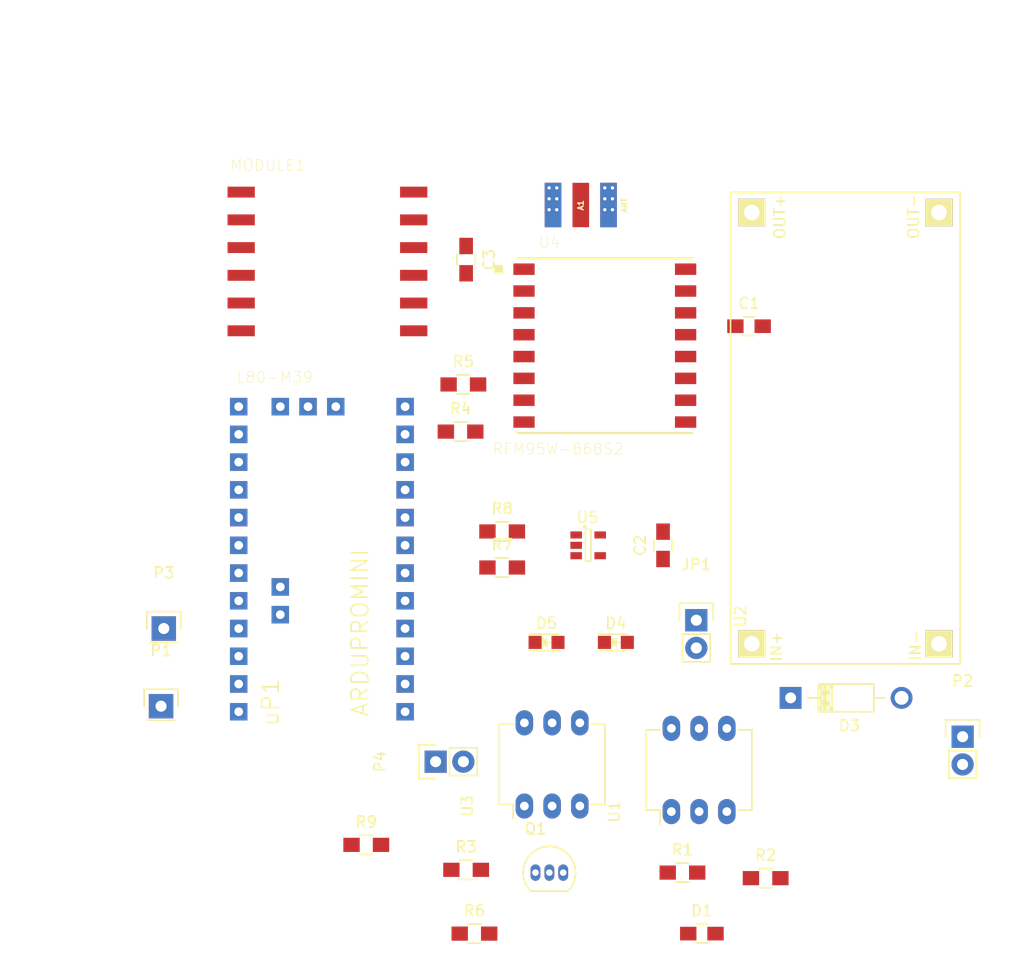
<source format=kicad_pcb>
(kicad_pcb (version 4) (host pcbnew 4.0.3-stable)

  (general
    (links 81)
    (no_connects 54)
    (area 98.89343 42.512 192.39 130.683)
    (thickness 1.6)
    (drawings 3)
    (tracks 0)
    (zones 0)
    (modules 30)
    (nets 55)
  )

  (page A4)
  (layers
    (0 F.Cu signal)
    (31 B.Cu signal)
    (32 B.Adhes user)
    (33 F.Adhes user)
    (34 B.Paste user)
    (35 F.Paste user)
    (36 B.SilkS user)
    (37 F.SilkS user)
    (38 B.Mask user)
    (39 F.Mask user)
    (40 Dwgs.User user)
    (41 Cmts.User user)
    (42 Eco1.User user)
    (43 Eco2.User user)
    (44 Edge.Cuts user)
    (45 Margin user)
    (46 B.CrtYd user)
    (47 F.CrtYd user)
    (48 B.Fab user)
    (49 F.Fab user)
  )

  (setup
    (last_trace_width 0.25)
    (trace_clearance 0.2)
    (zone_clearance 0.508)
    (zone_45_only no)
    (trace_min 0.2)
    (segment_width 0.2)
    (edge_width 0.15)
    (via_size 0.6)
    (via_drill 0.4)
    (via_min_size 0.4)
    (via_min_drill 0.3)
    (uvia_size 0.3)
    (uvia_drill 0.1)
    (uvias_allowed no)
    (uvia_min_size 0.2)
    (uvia_min_drill 0.1)
    (pcb_text_width 0.3)
    (pcb_text_size 1.5 1.5)
    (mod_edge_width 0.15)
    (mod_text_size 1 1)
    (mod_text_width 0.15)
    (pad_size 1.524 1.524)
    (pad_drill 0.762)
    (pad_to_mask_clearance 0.2)
    (aux_axis_origin 0 0)
    (visible_elements FFFFFF7F)
    (pcbplotparams
      (layerselection 0x00030_80000001)
      (usegerberextensions false)
      (excludeedgelayer true)
      (linewidth 0.100000)
      (plotframeref false)
      (viasonmask false)
      (mode 1)
      (useauxorigin false)
      (hpglpennumber 1)
      (hpglpenspeed 20)
      (hpglpendiameter 15)
      (hpglpenoverlay 2)
      (psnegative false)
      (psa4output false)
      (plotreference true)
      (plotvalue true)
      (plotinvisibletext false)
      (padsonsilk false)
      (subtractmaskfromsilk false)
      (outputformat 1)
      (mirror false)
      (drillshape 1)
      (scaleselection 1)
      (outputdirectory ""))
  )

  (net 0 "")
  (net 1 "Net-(A1-Pad1)")
  (net 2 GND)
  (net 3 +BATT)
  (net 4 "Net-(D1-Pad1)")
  (net 5 "Net-(D1-Pad2)")
  (net 6 +12C)
  (net 7 "Net-(D2-Pad2)")
  (net 8 "Net-(D3-Pad2)")
  (net 9 +5V)
  (net 10 "Net-(D4-Pad1)")
  (net 11 "Net-(D5-Pad2)")
  (net 12 "Net-(JP1-Pad1)")
  (net 13 /TX)
  (net 14 /RX)
  (net 15 "Net-(MODULE1-Pad6)")
  (net 16 "Net-(MODULE1-Pad7)")
  (net 17 "Net-(MODULE1-Pad8)")
  (net 18 "Net-(MODULE1-Pad10)")
  (net 19 "Net-(MODULE1-Pad11)")
  (net 20 "Net-(P2-Pad1)")
  (net 21 "Net-(Q1-Pad1)")
  (net 22 "Net-(R1-Pad2)")
  (net 23 /D6)
  (net 24 "Net-(R3-Pad1)")
  (net 25 /RST)
  (net 26 "Net-(R4-Pad2)")
  (net 27 /NSS)
  (net 28 "Net-(R5-Pad2)")
  (net 29 "Net-(R6-Pad2)")
  (net 30 "Net-(R7-Pad1)")
  (net 31 "Net-(R9-Pad1)")
  (net 32 "Net-(U1-Pad6)")
  (net 33 /D8)
  (net 34 "Net-(U3-Pad6)")
  (net 35 /MISO)
  (net 36 /MOSI)
  (net 37 /SCK)
  (net 38 "Net-(U4-Pad7)")
  (net 39 "Net-(U4-Pad11)")
  (net 40 "Net-(U4-Pad12)")
  (net 41 /DIO0)
  (net 42 /DIO1)
  (net 43 /DIO2)
  (net 44 "Net-(uP1-Pad7)")
  (net 45 "Net-(uP1-Pad8)")
  (net 46 "Net-(uP1-Pad9)")
  (net 47 "Net-(uP1-Pad21)")
  (net 48 "Net-(uP1-Pad22)")
  (net 49 "Net-(uP1-Pad23)")
  (net 50 "Net-(uP1-Pad24)")
  (net 51 "Net-(uP1-Pad25)")
  (net 52 /A0)
  (net 53 "Net-(uP1-Pad32)")
  (net 54 "Net-(uP1-Pad31)")

  (net_class Default "Esta es la clase de red por defecto."
    (clearance 0.2)
    (trace_width 0.25)
    (via_dia 0.6)
    (via_drill 0.4)
    (uvia_dia 0.3)
    (uvia_drill 0.1)
    (add_net +12C)
    (add_net +5V)
    (add_net +BATT)
    (add_net /A0)
    (add_net /D6)
    (add_net /D8)
    (add_net /DIO0)
    (add_net /DIO1)
    (add_net /DIO2)
    (add_net /MISO)
    (add_net /MOSI)
    (add_net /NSS)
    (add_net /RST)
    (add_net /RX)
    (add_net /SCK)
    (add_net /TX)
    (add_net GND)
    (add_net "Net-(A1-Pad1)")
    (add_net "Net-(D1-Pad1)")
    (add_net "Net-(D1-Pad2)")
    (add_net "Net-(D2-Pad2)")
    (add_net "Net-(D3-Pad2)")
    (add_net "Net-(D4-Pad1)")
    (add_net "Net-(D5-Pad2)")
    (add_net "Net-(JP1-Pad1)")
    (add_net "Net-(MODULE1-Pad10)")
    (add_net "Net-(MODULE1-Pad11)")
    (add_net "Net-(MODULE1-Pad6)")
    (add_net "Net-(MODULE1-Pad7)")
    (add_net "Net-(MODULE1-Pad8)")
    (add_net "Net-(P2-Pad1)")
    (add_net "Net-(Q1-Pad1)")
    (add_net "Net-(R1-Pad2)")
    (add_net "Net-(R3-Pad1)")
    (add_net "Net-(R4-Pad2)")
    (add_net "Net-(R5-Pad2)")
    (add_net "Net-(R6-Pad2)")
    (add_net "Net-(R7-Pad1)")
    (add_net "Net-(R9-Pad1)")
    (add_net "Net-(U1-Pad6)")
    (add_net "Net-(U3-Pad6)")
    (add_net "Net-(U4-Pad11)")
    (add_net "Net-(U4-Pad12)")
    (add_net "Net-(U4-Pad7)")
    (add_net "Net-(uP1-Pad21)")
    (add_net "Net-(uP1-Pad22)")
    (add_net "Net-(uP1-Pad23)")
    (add_net "Net-(uP1-Pad24)")
    (add_net "Net-(uP1-Pad25)")
    (add_net "Net-(uP1-Pad31)")
    (add_net "Net-(uP1-Pad32)")
    (add_net "Net-(uP1-Pad7)")
    (add_net "Net-(uP1-Pad8)")
    (add_net "Net-(uP1-Pad9)")
  )

  (module TIH:GSG-SMA-EDGE (layer F.Cu) (tedit 57EDD3CE) (tstamp 583873A1)
    (at 151.724 62.814 90)
    (path /57EC23F3)
    (fp_text reference A1 (at 1.99898 0 90) (layer F.SilkS)
      (effects (font (size 0.50038 0.50038) (thickness 0.12446)))
    )
    (fp_text value ANT (at 1.99898 4.0005 90) (layer F.SilkS)
      (effects (font (size 0.50038 0.50038) (thickness 0.12446)))
    )
    (pad 1 smd rect (at 2.032 0 90) (size 4.064 1.524) (layers F.Cu F.Mask)
      (net 1 "Net-(A1-Pad1)"))
    (pad 3 smd rect (at 2.032 -2.54 90) (size 4.064 1.524) (layers F.Cu F.Mask)
      (net 2 GND))
    (pad 5 smd rect (at 2.032 2.54 90) (size 4.064 1.524) (layers B.Cu B.Mask)
      (net 2 GND))
    (pad 4 smd rect (at 2.032 -2.54 90) (size 4.064 1.524) (layers B.Cu B.Mask)
      (net 2 GND))
    (pad 2 smd rect (at 2.032 2.54 90) (size 4.064 1.524) (layers F.Cu F.Mask)
      (net 2 GND))
    (pad 2 thru_hole circle (at 3.6 -2.2 90) (size 0.762 0.762) (drill 0.3048) (layers *.Cu *.Mask)
      (net 2 GND))
    (pad 2 thru_hole circle (at 3.6 -2.9 90) (size 0.762 0.762) (drill 0.3048) (layers *.Cu *.Mask)
      (net 2 GND))
    (pad 2 thru_hole circle (at 2.6 -2.2 90) (size 0.762 0.762) (drill 0.3048) (layers *.Cu *.Mask)
      (net 2 GND))
    (pad 2 thru_hole circle (at 1.6 -2.2 90) (size 0.762 0.762) (drill 0.3048) (layers *.Cu *.Mask)
      (net 2 GND))
    (pad 2 thru_hole circle (at 1.6 -2.9 90) (size 0.762 0.762) (drill 0.3048) (layers *.Cu *.Mask)
      (net 2 GND))
    (pad 2 thru_hole circle (at 2.6 -2.9 90) (size 0.762 0.762) (drill 0.3048) (layers *.Cu *.Mask)
      (net 2 GND))
    (pad 2 thru_hole circle (at 3.6 2.2 90) (size 0.762 0.762) (drill 0.3048) (layers *.Cu *.Mask)
      (net 2 GND))
    (pad 2 thru_hole circle (at 2.6 2.2 90) (size 0.762 0.762) (drill 0.3048) (layers *.Cu *.Mask)
      (net 2 GND))
    (pad 2 thru_hole circle (at 1.6 2.2 90) (size 0.762 0.762) (drill 0.3048) (layers *.Cu *.Mask)
      (net 2 GND))
    (pad 2 thru_hole circle (at 1.6 2.9 90) (size 0.762 0.762) (drill 0.3048) (layers *.Cu *.Mask)
      (net 2 GND))
    (pad 2 thru_hole circle (at 2.6 2.9 90) (size 0.762 0.762) (drill 0.3048) (layers *.Cu *.Mask)
      (net 2 GND))
    (pad 2 thru_hole circle (at 3.6 2.9 90) (size 0.762 0.762) (drill 0.3048) (layers *.Cu *.Mask)
      (net 2 GND))
  )

  (module Capacitors_SMD:C_0805_HandSoldering (layer F.Cu) (tedit 541A9B8D) (tstamp 583873A7)
    (at 167.132 71.882)
    (descr "Capacitor SMD 0805, hand soldering")
    (tags "capacitor 0805")
    (path /57EC42B8)
    (attr smd)
    (fp_text reference C1 (at 0 -2.1) (layer F.SilkS)
      (effects (font (size 1 1) (thickness 0.15)))
    )
    (fp_text value 0.1uF (at 0 2.1) (layer F.Fab)
      (effects (font (size 1 1) (thickness 0.15)))
    )
    (fp_line (start -1 0.625) (end -1 -0.625) (layer F.Fab) (width 0.15))
    (fp_line (start 1 0.625) (end -1 0.625) (layer F.Fab) (width 0.15))
    (fp_line (start 1 -0.625) (end 1 0.625) (layer F.Fab) (width 0.15))
    (fp_line (start -1 -0.625) (end 1 -0.625) (layer F.Fab) (width 0.15))
    (fp_line (start -2.3 -1) (end 2.3 -1) (layer F.CrtYd) (width 0.05))
    (fp_line (start -2.3 1) (end 2.3 1) (layer F.CrtYd) (width 0.05))
    (fp_line (start -2.3 -1) (end -2.3 1) (layer F.CrtYd) (width 0.05))
    (fp_line (start 2.3 -1) (end 2.3 1) (layer F.CrtYd) (width 0.05))
    (fp_line (start 0.5 -0.85) (end -0.5 -0.85) (layer F.SilkS) (width 0.15))
    (fp_line (start -0.5 0.85) (end 0.5 0.85) (layer F.SilkS) (width 0.15))
    (pad 1 smd rect (at -1.25 0) (size 1.5 1.25) (layers F.Cu F.Paste F.Mask)
      (net 3 +BATT))
    (pad 2 smd rect (at 1.25 0) (size 1.5 1.25) (layers F.Cu F.Paste F.Mask)
      (net 2 GND))
    (model Capacitors_SMD.3dshapes/C_0805_HandSoldering.wrl
      (at (xyz 0 0 0))
      (scale (xyz 1 1 1))
      (rotate (xyz 0 0 0))
    )
  )

  (module Capacitors_SMD:C_0805_HandSoldering (layer F.Cu) (tedit 541A9B8D) (tstamp 583873AD)
    (at 159.258 91.948 90)
    (descr "Capacitor SMD 0805, hand soldering")
    (tags "capacitor 0805")
    (path /57EC4557)
    (attr smd)
    (fp_text reference C2 (at 0 -2.1 90) (layer F.SilkS)
      (effects (font (size 1 1) (thickness 0.15)))
    )
    (fp_text value 10uF (at 0 2.1 90) (layer F.Fab)
      (effects (font (size 1 1) (thickness 0.15)))
    )
    (fp_line (start -1 0.625) (end -1 -0.625) (layer F.Fab) (width 0.15))
    (fp_line (start 1 0.625) (end -1 0.625) (layer F.Fab) (width 0.15))
    (fp_line (start 1 -0.625) (end 1 0.625) (layer F.Fab) (width 0.15))
    (fp_line (start -1 -0.625) (end 1 -0.625) (layer F.Fab) (width 0.15))
    (fp_line (start -2.3 -1) (end 2.3 -1) (layer F.CrtYd) (width 0.05))
    (fp_line (start -2.3 1) (end 2.3 1) (layer F.CrtYd) (width 0.05))
    (fp_line (start -2.3 -1) (end -2.3 1) (layer F.CrtYd) (width 0.05))
    (fp_line (start 2.3 -1) (end 2.3 1) (layer F.CrtYd) (width 0.05))
    (fp_line (start 0.5 -0.85) (end -0.5 -0.85) (layer F.SilkS) (width 0.15))
    (fp_line (start -0.5 0.85) (end 0.5 0.85) (layer F.SilkS) (width 0.15))
    (pad 1 smd rect (at -1.25 0 90) (size 1.5 1.25) (layers F.Cu F.Paste F.Mask)
      (net 3 +BATT))
    (pad 2 smd rect (at 1.25 0 90) (size 1.5 1.25) (layers F.Cu F.Paste F.Mask)
      (net 2 GND))
    (model Capacitors_SMD.3dshapes/C_0805_HandSoldering.wrl
      (at (xyz 0 0 0))
      (scale (xyz 1 1 1))
      (rotate (xyz 0 0 0))
    )
  )

  (module Capacitors_SMD:C_0805_HandSoldering (layer F.Cu) (tedit 541A9B8D) (tstamp 583873B3)
    (at 141.224 65.786 270)
    (descr "Capacitor SMD 0805, hand soldering")
    (tags "capacitor 0805")
    (path /57EC47A2)
    (attr smd)
    (fp_text reference C3 (at 0 -2.1 270) (layer F.SilkS)
      (effects (font (size 1 1) (thickness 0.15)))
    )
    (fp_text value 0.1uF (at 0 2.1 270) (layer F.Fab)
      (effects (font (size 1 1) (thickness 0.15)))
    )
    (fp_line (start -1 0.625) (end -1 -0.625) (layer F.Fab) (width 0.15))
    (fp_line (start 1 0.625) (end -1 0.625) (layer F.Fab) (width 0.15))
    (fp_line (start 1 -0.625) (end 1 0.625) (layer F.Fab) (width 0.15))
    (fp_line (start -1 -0.625) (end 1 -0.625) (layer F.Fab) (width 0.15))
    (fp_line (start -2.3 -1) (end 2.3 -1) (layer F.CrtYd) (width 0.05))
    (fp_line (start -2.3 1) (end 2.3 1) (layer F.CrtYd) (width 0.05))
    (fp_line (start -2.3 -1) (end -2.3 1) (layer F.CrtYd) (width 0.05))
    (fp_line (start 2.3 -1) (end 2.3 1) (layer F.CrtYd) (width 0.05))
    (fp_line (start 0.5 -0.85) (end -0.5 -0.85) (layer F.SilkS) (width 0.15))
    (fp_line (start -0.5 0.85) (end 0.5 0.85) (layer F.SilkS) (width 0.15))
    (pad 1 smd rect (at -1.25 0 270) (size 1.5 1.25) (layers F.Cu F.Paste F.Mask)
      (net 3 +BATT))
    (pad 2 smd rect (at 1.25 0 270) (size 1.5 1.25) (layers F.Cu F.Paste F.Mask)
      (net 2 GND))
    (model Capacitors_SMD.3dshapes/C_0805_HandSoldering.wrl
      (at (xyz 0 0 0))
      (scale (xyz 1 1 1))
      (rotate (xyz 0 0 0))
    )
  )

  (module Capacitors_SMD:C_0805_HandSoldering (layer F.Cu) (tedit 541A9B8D) (tstamp 583873B9)
    (at 162.814 127.508)
    (descr "Capacitor SMD 0805, hand soldering")
    (tags "capacitor 0805")
    (path /580EC5DD)
    (attr smd)
    (fp_text reference D1 (at 0 -2.1) (layer F.SilkS)
      (effects (font (size 1 1) (thickness 0.15)))
    )
    (fp_text value D (at 0 2.1) (layer F.Fab)
      (effects (font (size 1 1) (thickness 0.15)))
    )
    (fp_line (start -1 0.625) (end -1 -0.625) (layer F.Fab) (width 0.15))
    (fp_line (start 1 0.625) (end -1 0.625) (layer F.Fab) (width 0.15))
    (fp_line (start 1 -0.625) (end 1 0.625) (layer F.Fab) (width 0.15))
    (fp_line (start -1 -0.625) (end 1 -0.625) (layer F.Fab) (width 0.15))
    (fp_line (start -2.3 -1) (end 2.3 -1) (layer F.CrtYd) (width 0.05))
    (fp_line (start -2.3 1) (end 2.3 1) (layer F.CrtYd) (width 0.05))
    (fp_line (start -2.3 -1) (end -2.3 1) (layer F.CrtYd) (width 0.05))
    (fp_line (start 2.3 -1) (end 2.3 1) (layer F.CrtYd) (width 0.05))
    (fp_line (start 0.5 -0.85) (end -0.5 -0.85) (layer F.SilkS) (width 0.15))
    (fp_line (start -0.5 0.85) (end 0.5 0.85) (layer F.SilkS) (width 0.15))
    (pad 1 smd rect (at -1.25 0) (size 1.5 1.25) (layers F.Cu F.Paste F.Mask)
      (net 4 "Net-(D1-Pad1)"))
    (pad 2 smd rect (at 1.25 0) (size 1.5 1.25) (layers F.Cu F.Paste F.Mask)
      (net 5 "Net-(D1-Pad2)"))
    (model Capacitors_SMD.3dshapes/C_0805_HandSoldering.wrl
      (at (xyz 0 0 0))
      (scale (xyz 1 1 1))
      (rotate (xyz 0 0 0))
    )
  )

  (module Diodes_ThroughHole:Diode_DO-41_SOD81_Horizontal_RM10 (layer F.Cu) (tedit 552FFCCE) (tstamp 583873C6)
    (at 170.942 105.92054)
    (descr "Diode, DO-41, SOD81, Horizontal, RM 10mm,")
    (tags "Diode, DO-41, SOD81, Horizontal, RM 10mm, 1N4007, SB140,")
    (path /580EFDA6)
    (fp_text reference D3 (at 5.38734 2.53746) (layer F.SilkS)
      (effects (font (size 1 1) (thickness 0.15)))
    )
    (fp_text value D (at 4.37134 -3.55854) (layer F.Fab)
      (effects (font (size 1 1) (thickness 0.15)))
    )
    (fp_line (start 7.62 -0.00254) (end 8.636 -0.00254) (layer F.SilkS) (width 0.15))
    (fp_line (start 2.794 -0.00254) (end 1.524 -0.00254) (layer F.SilkS) (width 0.15))
    (fp_line (start 3.048 -1.27254) (end 3.048 1.26746) (layer F.SilkS) (width 0.15))
    (fp_line (start 3.302 -1.27254) (end 3.302 1.26746) (layer F.SilkS) (width 0.15))
    (fp_line (start 3.556 -1.27254) (end 3.556 1.26746) (layer F.SilkS) (width 0.15))
    (fp_line (start 2.794 -1.27254) (end 2.794 1.26746) (layer F.SilkS) (width 0.15))
    (fp_line (start 3.81 -1.27254) (end 2.54 1.26746) (layer F.SilkS) (width 0.15))
    (fp_line (start 2.54 -1.27254) (end 3.81 1.26746) (layer F.SilkS) (width 0.15))
    (fp_line (start 3.81 -1.27254) (end 3.81 1.26746) (layer F.SilkS) (width 0.15))
    (fp_line (start 3.175 -1.27254) (end 3.175 1.26746) (layer F.SilkS) (width 0.15))
    (fp_line (start 2.54 1.26746) (end 2.54 -1.27254) (layer F.SilkS) (width 0.15))
    (fp_line (start 2.54 -1.27254) (end 7.62 -1.27254) (layer F.SilkS) (width 0.15))
    (fp_line (start 7.62 -1.27254) (end 7.62 1.26746) (layer F.SilkS) (width 0.15))
    (fp_line (start 7.62 1.26746) (end 2.54 1.26746) (layer F.SilkS) (width 0.15))
    (pad 2 thru_hole circle (at 10.16 -0.00254 180) (size 1.99898 1.99898) (drill 1.27) (layers *.Cu *.Mask)
      (net 8 "Net-(D3-Pad2)"))
    (pad 1 thru_hole rect (at 0 -0.00254 180) (size 1.99898 1.99898) (drill 1.00076) (layers *.Cu *.Mask)
      (net 6 +12C))
  )

  (module LEDs:LED_0805 (layer F.Cu) (tedit 55BDE1C2) (tstamp 583873CC)
    (at 154.94 100.838)
    (descr "LED 0805 smd package")
    (tags "LED 0805 SMD")
    (path /57EC4E60)
    (attr smd)
    (fp_text reference D4 (at 0 -1.75) (layer F.SilkS)
      (effects (font (size 1 1) (thickness 0.15)))
    )
    (fp_text value LED (at 0 1.75) (layer F.Fab)
      (effects (font (size 1 1) (thickness 0.15)))
    )
    (fp_line (start -0.4 -0.3) (end -0.4 0.3) (layer F.Fab) (width 0.15))
    (fp_line (start -0.3 0) (end 0 -0.3) (layer F.Fab) (width 0.15))
    (fp_line (start 0 0.3) (end -0.3 0) (layer F.Fab) (width 0.15))
    (fp_line (start 0 -0.3) (end 0 0.3) (layer F.Fab) (width 0.15))
    (fp_line (start 1 -0.6) (end -1 -0.6) (layer F.Fab) (width 0.15))
    (fp_line (start 1 0.6) (end 1 -0.6) (layer F.Fab) (width 0.15))
    (fp_line (start -1 0.6) (end 1 0.6) (layer F.Fab) (width 0.15))
    (fp_line (start -1 -0.6) (end -1 0.6) (layer F.Fab) (width 0.15))
    (fp_line (start -1.6 0.75) (end 1.1 0.75) (layer F.SilkS) (width 0.15))
    (fp_line (start -1.6 -0.75) (end 1.1 -0.75) (layer F.SilkS) (width 0.15))
    (fp_line (start -0.1 0.15) (end -0.1 -0.1) (layer F.SilkS) (width 0.15))
    (fp_line (start -0.1 -0.1) (end -0.25 0.05) (layer F.SilkS) (width 0.15))
    (fp_line (start -0.35 -0.35) (end -0.35 0.35) (layer F.SilkS) (width 0.15))
    (fp_line (start 0 0) (end 0.35 0) (layer F.SilkS) (width 0.15))
    (fp_line (start -0.35 0) (end 0 -0.35) (layer F.SilkS) (width 0.15))
    (fp_line (start 0 -0.35) (end 0 0.35) (layer F.SilkS) (width 0.15))
    (fp_line (start 0 0.35) (end -0.35 0) (layer F.SilkS) (width 0.15))
    (fp_line (start 1.9 -0.95) (end 1.9 0.95) (layer F.CrtYd) (width 0.05))
    (fp_line (start 1.9 0.95) (end -1.9 0.95) (layer F.CrtYd) (width 0.05))
    (fp_line (start -1.9 0.95) (end -1.9 -0.95) (layer F.CrtYd) (width 0.05))
    (fp_line (start -1.9 -0.95) (end 1.9 -0.95) (layer F.CrtYd) (width 0.05))
    (pad 2 smd rect (at 1.04902 0 180) (size 1.19888 1.19888) (layers F.Cu F.Paste F.Mask)
      (net 9 +5V))
    (pad 1 smd rect (at -1.04902 0 180) (size 1.19888 1.19888) (layers F.Cu F.Paste F.Mask)
      (net 10 "Net-(D4-Pad1)"))
    (model LEDs.3dshapes/LED_0805.wrl
      (at (xyz 0 0 0))
      (scale (xyz 1 1 1))
      (rotate (xyz 0 0 0))
    )
  )

  (module LEDs:LED_0805 (layer F.Cu) (tedit 55BDE1C2) (tstamp 583873D2)
    (at 148.59 100.838)
    (descr "LED 0805 smd package")
    (tags "LED 0805 SMD")
    (path /57EC4EE4)
    (attr smd)
    (fp_text reference D5 (at 0 -1.75) (layer F.SilkS)
      (effects (font (size 1 1) (thickness 0.15)))
    )
    (fp_text value LED (at 0 1.75) (layer F.Fab)
      (effects (font (size 1 1) (thickness 0.15)))
    )
    (fp_line (start -0.4 -0.3) (end -0.4 0.3) (layer F.Fab) (width 0.15))
    (fp_line (start -0.3 0) (end 0 -0.3) (layer F.Fab) (width 0.15))
    (fp_line (start 0 0.3) (end -0.3 0) (layer F.Fab) (width 0.15))
    (fp_line (start 0 -0.3) (end 0 0.3) (layer F.Fab) (width 0.15))
    (fp_line (start 1 -0.6) (end -1 -0.6) (layer F.Fab) (width 0.15))
    (fp_line (start 1 0.6) (end 1 -0.6) (layer F.Fab) (width 0.15))
    (fp_line (start -1 0.6) (end 1 0.6) (layer F.Fab) (width 0.15))
    (fp_line (start -1 -0.6) (end -1 0.6) (layer F.Fab) (width 0.15))
    (fp_line (start -1.6 0.75) (end 1.1 0.75) (layer F.SilkS) (width 0.15))
    (fp_line (start -1.6 -0.75) (end 1.1 -0.75) (layer F.SilkS) (width 0.15))
    (fp_line (start -0.1 0.15) (end -0.1 -0.1) (layer F.SilkS) (width 0.15))
    (fp_line (start -0.1 -0.1) (end -0.25 0.05) (layer F.SilkS) (width 0.15))
    (fp_line (start -0.35 -0.35) (end -0.35 0.35) (layer F.SilkS) (width 0.15))
    (fp_line (start 0 0) (end 0.35 0) (layer F.SilkS) (width 0.15))
    (fp_line (start -0.35 0) (end 0 -0.35) (layer F.SilkS) (width 0.15))
    (fp_line (start 0 -0.35) (end 0 0.35) (layer F.SilkS) (width 0.15))
    (fp_line (start 0 0.35) (end -0.35 0) (layer F.SilkS) (width 0.15))
    (fp_line (start 1.9 -0.95) (end 1.9 0.95) (layer F.CrtYd) (width 0.05))
    (fp_line (start 1.9 0.95) (end -1.9 0.95) (layer F.CrtYd) (width 0.05))
    (fp_line (start -1.9 0.95) (end -1.9 -0.95) (layer F.CrtYd) (width 0.05))
    (fp_line (start -1.9 -0.95) (end 1.9 -0.95) (layer F.CrtYd) (width 0.05))
    (pad 2 smd rect (at 1.04902 0 180) (size 1.19888 1.19888) (layers F.Cu F.Paste F.Mask)
      (net 11 "Net-(D5-Pad2)"))
    (pad 1 smd rect (at -1.04902 0 180) (size 1.19888 1.19888) (layers F.Cu F.Paste F.Mask)
      (net 9 +5V))
    (model LEDs.3dshapes/LED_0805.wrl
      (at (xyz 0 0 0))
      (scale (xyz 1 1 1))
      (rotate (xyz 0 0 0))
    )
  )

  (module Pin_Headers:Pin_Header_Straight_1x02 (layer F.Cu) (tedit 54EA090C) (tstamp 583873D8)
    (at 162.306 98.806)
    (descr "Through hole pin header")
    (tags "pin header")
    (path /57EC6E3B)
    (fp_text reference JP1 (at 0 -5.1) (layer F.SilkS)
      (effects (font (size 1 1) (thickness 0.15)))
    )
    (fp_text value JUMPER (at 0 -3.1) (layer F.Fab)
      (effects (font (size 1 1) (thickness 0.15)))
    )
    (fp_line (start 1.27 1.27) (end 1.27 3.81) (layer F.SilkS) (width 0.15))
    (fp_line (start 1.55 -1.55) (end 1.55 0) (layer F.SilkS) (width 0.15))
    (fp_line (start -1.75 -1.75) (end -1.75 4.3) (layer F.CrtYd) (width 0.05))
    (fp_line (start 1.75 -1.75) (end 1.75 4.3) (layer F.CrtYd) (width 0.05))
    (fp_line (start -1.75 -1.75) (end 1.75 -1.75) (layer F.CrtYd) (width 0.05))
    (fp_line (start -1.75 4.3) (end 1.75 4.3) (layer F.CrtYd) (width 0.05))
    (fp_line (start 1.27 1.27) (end -1.27 1.27) (layer F.SilkS) (width 0.15))
    (fp_line (start -1.55 0) (end -1.55 -1.55) (layer F.SilkS) (width 0.15))
    (fp_line (start -1.55 -1.55) (end 1.55 -1.55) (layer F.SilkS) (width 0.15))
    (fp_line (start -1.27 1.27) (end -1.27 3.81) (layer F.SilkS) (width 0.15))
    (fp_line (start -1.27 3.81) (end 1.27 3.81) (layer F.SilkS) (width 0.15))
    (pad 1 thru_hole rect (at 0 0) (size 2.032 2.032) (drill 1.016) (layers *.Cu *.Mask)
      (net 12 "Net-(JP1-Pad1)"))
    (pad 2 thru_hole oval (at 0 2.54) (size 2.032 2.032) (drill 1.016) (layers *.Cu *.Mask)
      (net 9 +5V))
    (model Pin_Headers.3dshapes/Pin_Header_Straight_1x02.wrl
      (at (xyz 0 -0.05 0))
      (scale (xyz 1 1 1))
      (rotate (xyz 0 0 90))
    )
  )

  (module TIH:QUECTEL_L80-M39 (layer F.Cu) (tedit 0) (tstamp 583873E8)
    (at 128.524 66.802)
    (path /57EC22AA)
    (solder_mask_margin 0.1)
    (attr smd)
    (fp_text reference MODULE1 (at -5.46 -9.635) (layer F.SilkS)
      (effects (font (size 1 1) (thickness 0.05)))
    )
    (fp_text value L80-M39 (at -4.82731 9.7554) (layer F.SilkS)
      (effects (font (size 1 1) (thickness 0.05)))
    )
    (fp_line (start -8 8) (end 8 8) (layer Dwgs.User) (width 0.254))
    (fp_line (start 8 8) (end 8 -8) (layer Dwgs.User) (width 0.254))
    (fp_line (start 8 -8) (end -8 -8) (layer Dwgs.User) (width 0.254))
    (fp_line (start -8 -8) (end -8 8) (layer Dwgs.User) (width 0.254))
    (fp_circle (center 0 0) (end 0.51 0) (layer Dwgs.User) (width 0.127))
    (fp_poly (pts (xy -7.5 -7.5) (xy 7.5 -7.5) (xy 7.5 7.5) (xy -7.5 7.5)) (layer Dwgs.User) (width 0.381))
    (pad 1 smd rect (at 7.9 5.5) (size 2.5 1) (layers F.Cu F.Paste F.Mask)
      (net 13 /TX) (solder_mask_margin 0.2))
    (pad 2 smd rect (at 7.9 2.96) (size 2.5 1) (layers F.Cu F.Paste F.Mask)
      (net 14 /RX) (solder_mask_margin 0.2))
    (pad 3 smd rect (at 7.9 0.42) (size 2.5 1) (layers F.Cu F.Paste F.Mask)
      (net 2 GND) (solder_mask_margin 0.2))
    (pad 4 smd rect (at 7.9 -2.12) (size 2.5 1) (layers F.Cu F.Paste F.Mask)
      (net 3 +BATT) (solder_mask_margin 0.2))
    (pad 5 smd rect (at 7.9 -4.66) (size 2.5 1) (layers F.Cu F.Paste F.Mask)
      (net 3 +BATT) (solder_mask_margin 0.2))
    (pad 6 smd rect (at 7.9 -7.2) (size 2.5 1) (layers F.Cu F.Paste F.Mask)
      (net 15 "Net-(MODULE1-Pad6)") (solder_mask_margin 0.2))
    (pad 7 smd rect (at -7.9 -7.2 180) (size 2.5 1) (layers F.Cu F.Paste F.Mask)
      (net 16 "Net-(MODULE1-Pad7)") (solder_mask_margin 0.2))
    (pad 8 smd rect (at -7.9 -4.66 180) (size 2.5 1) (layers F.Cu F.Paste F.Mask)
      (net 17 "Net-(MODULE1-Pad8)") (solder_mask_margin 0.2))
    (pad 9 smd rect (at -7.9 -2.12 180) (size 2.5 1) (layers F.Cu F.Paste F.Mask)
      (solder_mask_margin 0.2))
    (pad 10 smd rect (at -7.9 0.42 180) (size 2.5 1) (layers F.Cu F.Paste F.Mask)
      (net 18 "Net-(MODULE1-Pad10)") (solder_mask_margin 0.2))
    (pad 11 smd rect (at -7.9 2.96 180) (size 2.5 1) (layers F.Cu F.Paste F.Mask)
      (net 19 "Net-(MODULE1-Pad11)") (solder_mask_margin 0.2))
    (pad 12 smd rect (at -7.9 5.5 180) (size 2.5 1) (layers F.Cu F.Paste F.Mask)
      (net 2 GND) (solder_mask_margin 0.2))
  )

  (module Pin_Headers:Pin_Header_Straight_1x01 (layer F.Cu) (tedit 54EA08DC) (tstamp 583873ED)
    (at 113.284 106.68)
    (descr "Through hole pin header")
    (tags "pin header")
    (path /580FF79B)
    (fp_text reference P1 (at 0 -5.1) (layer F.SilkS)
      (effects (font (size 1 1) (thickness 0.15)))
    )
    (fp_text value "IN EXT" (at 0 -3.1) (layer F.Fab)
      (effects (font (size 1 1) (thickness 0.15)))
    )
    (fp_line (start 1.55 -1.55) (end 1.55 0) (layer F.SilkS) (width 0.15))
    (fp_line (start -1.75 -1.75) (end -1.75 1.75) (layer F.CrtYd) (width 0.05))
    (fp_line (start 1.75 -1.75) (end 1.75 1.75) (layer F.CrtYd) (width 0.05))
    (fp_line (start -1.75 -1.75) (end 1.75 -1.75) (layer F.CrtYd) (width 0.05))
    (fp_line (start -1.75 1.75) (end 1.75 1.75) (layer F.CrtYd) (width 0.05))
    (fp_line (start -1.55 0) (end -1.55 -1.55) (layer F.SilkS) (width 0.15))
    (fp_line (start -1.55 -1.55) (end 1.55 -1.55) (layer F.SilkS) (width 0.15))
    (fp_line (start -1.27 1.27) (end 1.27 1.27) (layer F.SilkS) (width 0.15))
    (pad 1 thru_hole rect (at 0 0) (size 2.2352 2.2352) (drill 1.016) (layers *.Cu *.Mask)
      (net 4 "Net-(D1-Pad1)"))
    (model Pin_Headers.3dshapes/Pin_Header_Straight_1x01.wrl
      (at (xyz 0 0 0))
      (scale (xyz 1 1 1))
      (rotate (xyz 0 0 90))
    )
  )

  (module Pin_Headers:Pin_Header_Straight_1x02 (layer F.Cu) (tedit 54EA090C) (tstamp 583873F3)
    (at 186.69 109.474)
    (descr "Through hole pin header")
    (tags "pin header")
    (path /57EC544D)
    (fp_text reference P2 (at 0 -5.1) (layer F.SilkS)
      (effects (font (size 1 1) (thickness 0.15)))
    )
    (fp_text value "- INPUT 12 +" (at 0 -3.1) (layer F.Fab)
      (effects (font (size 1 1) (thickness 0.15)))
    )
    (fp_line (start 1.27 1.27) (end 1.27 3.81) (layer F.SilkS) (width 0.15))
    (fp_line (start 1.55 -1.55) (end 1.55 0) (layer F.SilkS) (width 0.15))
    (fp_line (start -1.75 -1.75) (end -1.75 4.3) (layer F.CrtYd) (width 0.05))
    (fp_line (start 1.75 -1.75) (end 1.75 4.3) (layer F.CrtYd) (width 0.05))
    (fp_line (start -1.75 -1.75) (end 1.75 -1.75) (layer F.CrtYd) (width 0.05))
    (fp_line (start -1.75 4.3) (end 1.75 4.3) (layer F.CrtYd) (width 0.05))
    (fp_line (start 1.27 1.27) (end -1.27 1.27) (layer F.SilkS) (width 0.15))
    (fp_line (start -1.55 0) (end -1.55 -1.55) (layer F.SilkS) (width 0.15))
    (fp_line (start -1.55 -1.55) (end 1.55 -1.55) (layer F.SilkS) (width 0.15))
    (fp_line (start -1.27 1.27) (end -1.27 3.81) (layer F.SilkS) (width 0.15))
    (fp_line (start -1.27 3.81) (end 1.27 3.81) (layer F.SilkS) (width 0.15))
    (pad 1 thru_hole rect (at 0 0) (size 2.032 2.032) (drill 1.016) (layers *.Cu *.Mask)
      (net 20 "Net-(P2-Pad1)"))
    (pad 2 thru_hole oval (at 0 2.54) (size 2.032 2.032) (drill 1.016) (layers *.Cu *.Mask)
      (net 7 "Net-(D2-Pad2)"))
    (model Pin_Headers.3dshapes/Pin_Header_Straight_1x02.wrl
      (at (xyz 0 -0.05 0))
      (scale (xyz 1 1 1))
      (rotate (xyz 0 0 90))
    )
  )

  (module Pin_Headers:Pin_Header_Straight_1x01 (layer F.Cu) (tedit 54EA08DC) (tstamp 583873F8)
    (at 113.538 99.568)
    (descr "Through hole pin header")
    (tags "pin header")
    (path /580EBCCC)
    (fp_text reference P3 (at 0 -5.1) (layer F.SilkS)
      (effects (font (size 1 1) (thickness 0.15)))
    )
    (fp_text value "OUT EXT" (at 0 -3.1) (layer F.Fab)
      (effects (font (size 1 1) (thickness 0.15)))
    )
    (fp_line (start 1.55 -1.55) (end 1.55 0) (layer F.SilkS) (width 0.15))
    (fp_line (start -1.75 -1.75) (end -1.75 1.75) (layer F.CrtYd) (width 0.05))
    (fp_line (start 1.75 -1.75) (end 1.75 1.75) (layer F.CrtYd) (width 0.05))
    (fp_line (start -1.75 -1.75) (end 1.75 -1.75) (layer F.CrtYd) (width 0.05))
    (fp_line (start -1.75 1.75) (end 1.75 1.75) (layer F.CrtYd) (width 0.05))
    (fp_line (start -1.55 0) (end -1.55 -1.55) (layer F.SilkS) (width 0.15))
    (fp_line (start -1.55 -1.55) (end 1.55 -1.55) (layer F.SilkS) (width 0.15))
    (fp_line (start -1.27 1.27) (end 1.27 1.27) (layer F.SilkS) (width 0.15))
    (pad 1 thru_hole rect (at 0 0) (size 2.2352 2.2352) (drill 1.016) (layers *.Cu *.Mask)
      (net 8 "Net-(D3-Pad2)"))
    (model Pin_Headers.3dshapes/Pin_Header_Straight_1x01.wrl
      (at (xyz 0 0 0))
      (scale (xyz 1 1 1))
      (rotate (xyz 0 0 90))
    )
  )

  (module Pin_Headers:Pin_Header_Straight_1x02 (layer F.Cu) (tedit 54EA090C) (tstamp 583873FE)
    (at 138.43 111.76 90)
    (descr "Through hole pin header")
    (tags "pin header")
    (path /57EDC726)
    (fp_text reference P4 (at 0 -5.1 90) (layer F.SilkS)
      (effects (font (size 1 1) (thickness 0.15)))
    )
    (fp_text value Battery (at 0 -3.1 90) (layer F.Fab)
      (effects (font (size 1 1) (thickness 0.15)))
    )
    (fp_line (start 1.27 1.27) (end 1.27 3.81) (layer F.SilkS) (width 0.15))
    (fp_line (start 1.55 -1.55) (end 1.55 0) (layer F.SilkS) (width 0.15))
    (fp_line (start -1.75 -1.75) (end -1.75 4.3) (layer F.CrtYd) (width 0.05))
    (fp_line (start 1.75 -1.75) (end 1.75 4.3) (layer F.CrtYd) (width 0.05))
    (fp_line (start -1.75 -1.75) (end 1.75 -1.75) (layer F.CrtYd) (width 0.05))
    (fp_line (start -1.75 4.3) (end 1.75 4.3) (layer F.CrtYd) (width 0.05))
    (fp_line (start 1.27 1.27) (end -1.27 1.27) (layer F.SilkS) (width 0.15))
    (fp_line (start -1.55 0) (end -1.55 -1.55) (layer F.SilkS) (width 0.15))
    (fp_line (start -1.55 -1.55) (end 1.55 -1.55) (layer F.SilkS) (width 0.15))
    (fp_line (start -1.27 1.27) (end -1.27 3.81) (layer F.SilkS) (width 0.15))
    (fp_line (start -1.27 3.81) (end 1.27 3.81) (layer F.SilkS) (width 0.15))
    (pad 1 thru_hole rect (at 0 0 90) (size 2.032 2.032) (drill 1.016) (layers *.Cu *.Mask)
      (net 3 +BATT))
    (pad 2 thru_hole oval (at 0 2.54 90) (size 2.032 2.032) (drill 1.016) (layers *.Cu *.Mask)
      (net 2 GND))
    (model Pin_Headers.3dshapes/Pin_Header_Straight_1x02.wrl
      (at (xyz 0 -0.05 0))
      (scale (xyz 1 1 1))
      (rotate (xyz 0 0 90))
    )
  )

  (module TO_SOT_Packages_THT:TO-92_Inline_Narrow_Oval (layer F.Cu) (tedit 54F24281) (tstamp 58387405)
    (at 147.574 121.92)
    (descr "TO-92 leads in-line, narrow, oval pads, drill 0.6mm (see NXP sot054_po.pdf)")
    (tags "to-92 sc-43 sc-43a sot54 PA33 transistor")
    (path /580EBAB3)
    (fp_text reference Q1 (at 0 -4) (layer F.SilkS)
      (effects (font (size 1 1) (thickness 0.15)))
    )
    (fp_text value Q_NPN_BCE (at 0 3) (layer F.Fab)
      (effects (font (size 1 1) (thickness 0.15)))
    )
    (fp_line (start -1.4 1.95) (end -1.4 -2.65) (layer F.CrtYd) (width 0.05))
    (fp_line (start -1.4 1.95) (end 3.95 1.95) (layer F.CrtYd) (width 0.05))
    (fp_line (start -0.43 1.7) (end 2.97 1.7) (layer F.SilkS) (width 0.15))
    (fp_arc (start 1.27 0) (end 1.27 -2.4) (angle -135) (layer F.SilkS) (width 0.15))
    (fp_arc (start 1.27 0) (end 1.27 -2.4) (angle 135) (layer F.SilkS) (width 0.15))
    (fp_line (start -1.4 -2.65) (end 3.95 -2.65) (layer F.CrtYd) (width 0.05))
    (fp_line (start 3.95 1.95) (end 3.95 -2.65) (layer F.CrtYd) (width 0.05))
    (pad 2 thru_hole oval (at 1.27 0 180) (size 0.89916 1.50114) (drill 0.6) (layers *.Cu *.Mask)
      (net 8 "Net-(D3-Pad2)"))
    (pad 3 thru_hole oval (at 2.54 0 180) (size 0.89916 1.50114) (drill 0.6) (layers *.Cu *.Mask)
      (net 2 GND))
    (pad 1 thru_hole oval (at 0 0 180) (size 0.89916 1.50114) (drill 0.6) (layers *.Cu *.Mask)
      (net 21 "Net-(Q1-Pad1)"))
    (model TO_SOT_Packages_THT.3dshapes/TO-92_Inline_Narrow_Oval.wrl
      (at (xyz 0.05 0 0))
      (scale (xyz 1 1 1))
      (rotate (xyz 0 0 -90))
    )
  )

  (module Resistors_SMD:R_0805_HandSoldering (layer F.Cu) (tedit 58307B90) (tstamp 5838740B)
    (at 161.036 121.92)
    (descr "Resistor SMD 0805, hand soldering")
    (tags "resistor 0805")
    (path /58105DE4)
    (attr smd)
    (fp_text reference R1 (at 0 -2.1) (layer F.SilkS)
      (effects (font (size 1 1) (thickness 0.15)))
    )
    (fp_text value 1K (at 0 2.1) (layer F.Fab)
      (effects (font (size 1 1) (thickness 0.15)))
    )
    (fp_line (start -1 0.625) (end -1 -0.625) (layer F.Fab) (width 0.1))
    (fp_line (start 1 0.625) (end -1 0.625) (layer F.Fab) (width 0.1))
    (fp_line (start 1 -0.625) (end 1 0.625) (layer F.Fab) (width 0.1))
    (fp_line (start -1 -0.625) (end 1 -0.625) (layer F.Fab) (width 0.1))
    (fp_line (start -2.4 -1) (end 2.4 -1) (layer F.CrtYd) (width 0.05))
    (fp_line (start -2.4 1) (end 2.4 1) (layer F.CrtYd) (width 0.05))
    (fp_line (start -2.4 -1) (end -2.4 1) (layer F.CrtYd) (width 0.05))
    (fp_line (start 2.4 -1) (end 2.4 1) (layer F.CrtYd) (width 0.05))
    (fp_line (start 0.6 0.875) (end -0.6 0.875) (layer F.SilkS) (width 0.15))
    (fp_line (start -0.6 -0.875) (end 0.6 -0.875) (layer F.SilkS) (width 0.15))
    (pad 1 smd rect (at -1.35 0) (size 1.5 1.3) (layers F.Cu F.Paste F.Mask)
      (net 6 +12C))
    (pad 2 smd rect (at 1.35 0) (size 1.5 1.3) (layers F.Cu F.Paste F.Mask)
      (net 22 "Net-(R1-Pad2)"))
    (model Resistors_SMD.3dshapes/R_0805_HandSoldering.wrl
      (at (xyz 0 0 0))
      (scale (xyz 1 1 1))
      (rotate (xyz 0 0 0))
    )
  )

  (module Resistors_SMD:R_0805_HandSoldering (layer F.Cu) (tedit 58307B90) (tstamp 58387411)
    (at 168.656 122.428)
    (descr "Resistor SMD 0805, hand soldering")
    (tags "resistor 0805")
    (path /580F0721)
    (attr smd)
    (fp_text reference R2 (at 0 -2.1) (layer F.SilkS)
      (effects (font (size 1 1) (thickness 0.15)))
    )
    (fp_text value 10K (at 0 2.1) (layer F.Fab)
      (effects (font (size 1 1) (thickness 0.15)))
    )
    (fp_line (start -1 0.625) (end -1 -0.625) (layer F.Fab) (width 0.1))
    (fp_line (start 1 0.625) (end -1 0.625) (layer F.Fab) (width 0.1))
    (fp_line (start 1 -0.625) (end 1 0.625) (layer F.Fab) (width 0.1))
    (fp_line (start -1 -0.625) (end 1 -0.625) (layer F.Fab) (width 0.1))
    (fp_line (start -2.4 -1) (end 2.4 -1) (layer F.CrtYd) (width 0.05))
    (fp_line (start -2.4 1) (end 2.4 1) (layer F.CrtYd) (width 0.05))
    (fp_line (start -2.4 -1) (end -2.4 1) (layer F.CrtYd) (width 0.05))
    (fp_line (start 2.4 -1) (end 2.4 1) (layer F.CrtYd) (width 0.05))
    (fp_line (start 0.6 0.875) (end -0.6 0.875) (layer F.SilkS) (width 0.15))
    (fp_line (start -0.6 -0.875) (end 0.6 -0.875) (layer F.SilkS) (width 0.15))
    (pad 1 smd rect (at -1.35 0) (size 1.5 1.3) (layers F.Cu F.Paste F.Mask)
      (net 3 +BATT))
    (pad 2 smd rect (at 1.35 0) (size 1.5 1.3) (layers F.Cu F.Paste F.Mask)
      (net 23 /D6))
    (model Resistors_SMD.3dshapes/R_0805_HandSoldering.wrl
      (at (xyz 0 0 0))
      (scale (xyz 1 1 1))
      (rotate (xyz 0 0 0))
    )
  )

  (module Resistors_SMD:R_0805_HandSoldering (layer F.Cu) (tedit 58307B90) (tstamp 58387417)
    (at 141.224 121.666)
    (descr "Resistor SMD 0805, hand soldering")
    (tags "resistor 0805")
    (path /580A4B53)
    (attr smd)
    (fp_text reference R3 (at 0 -2.1) (layer F.SilkS)
      (effects (font (size 1 1) (thickness 0.15)))
    )
    (fp_text value 220R (at 0 2.1) (layer F.Fab)
      (effects (font (size 1 1) (thickness 0.15)))
    )
    (fp_line (start -1 0.625) (end -1 -0.625) (layer F.Fab) (width 0.1))
    (fp_line (start 1 0.625) (end -1 0.625) (layer F.Fab) (width 0.1))
    (fp_line (start 1 -0.625) (end 1 0.625) (layer F.Fab) (width 0.1))
    (fp_line (start -1 -0.625) (end 1 -0.625) (layer F.Fab) (width 0.1))
    (fp_line (start -2.4 -1) (end 2.4 -1) (layer F.CrtYd) (width 0.05))
    (fp_line (start -2.4 1) (end 2.4 1) (layer F.CrtYd) (width 0.05))
    (fp_line (start -2.4 -1) (end -2.4 1) (layer F.CrtYd) (width 0.05))
    (fp_line (start 2.4 -1) (end 2.4 1) (layer F.CrtYd) (width 0.05))
    (fp_line (start 0.6 0.875) (end -0.6 0.875) (layer F.SilkS) (width 0.15))
    (fp_line (start -0.6 -0.875) (end 0.6 -0.875) (layer F.SilkS) (width 0.15))
    (pad 1 smd rect (at -1.35 0) (size 1.5 1.3) (layers F.Cu F.Paste F.Mask)
      (net 24 "Net-(R3-Pad1)"))
    (pad 2 smd rect (at 1.35 0) (size 1.5 1.3) (layers F.Cu F.Paste F.Mask)
      (net 2 GND))
    (model Resistors_SMD.3dshapes/R_0805_HandSoldering.wrl
      (at (xyz 0 0 0))
      (scale (xyz 1 1 1))
      (rotate (xyz 0 0 0))
    )
  )

  (module Resistors_SMD:R_0805_HandSoldering (layer F.Cu) (tedit 58307B90) (tstamp 5838741D)
    (at 140.716 81.534)
    (descr "Resistor SMD 0805, hand soldering")
    (tags "resistor 0805")
    (path /57EC4429)
    (attr smd)
    (fp_text reference R4 (at 0 -2.1) (layer F.SilkS)
      (effects (font (size 1 1) (thickness 0.15)))
    )
    (fp_text value 10K (at 0 2.1) (layer F.Fab)
      (effects (font (size 1 1) (thickness 0.15)))
    )
    (fp_line (start -1 0.625) (end -1 -0.625) (layer F.Fab) (width 0.1))
    (fp_line (start 1 0.625) (end -1 0.625) (layer F.Fab) (width 0.1))
    (fp_line (start 1 -0.625) (end 1 0.625) (layer F.Fab) (width 0.1))
    (fp_line (start -1 -0.625) (end 1 -0.625) (layer F.Fab) (width 0.1))
    (fp_line (start -2.4 -1) (end 2.4 -1) (layer F.CrtYd) (width 0.05))
    (fp_line (start -2.4 1) (end 2.4 1) (layer F.CrtYd) (width 0.05))
    (fp_line (start -2.4 -1) (end -2.4 1) (layer F.CrtYd) (width 0.05))
    (fp_line (start 2.4 -1) (end 2.4 1) (layer F.CrtYd) (width 0.05))
    (fp_line (start 0.6 0.875) (end -0.6 0.875) (layer F.SilkS) (width 0.15))
    (fp_line (start -0.6 -0.875) (end 0.6 -0.875) (layer F.SilkS) (width 0.15))
    (pad 1 smd rect (at -1.35 0) (size 1.5 1.3) (layers F.Cu F.Paste F.Mask)
      (net 25 /RST))
    (pad 2 smd rect (at 1.35 0) (size 1.5 1.3) (layers F.Cu F.Paste F.Mask)
      (net 26 "Net-(R4-Pad2)"))
    (model Resistors_SMD.3dshapes/R_0805_HandSoldering.wrl
      (at (xyz 0 0 0))
      (scale (xyz 1 1 1))
      (rotate (xyz 0 0 0))
    )
  )

  (module Resistors_SMD:R_0805_HandSoldering (layer F.Cu) (tedit 58307B90) (tstamp 58387423)
    (at 140.97 77.216)
    (descr "Resistor SMD 0805, hand soldering")
    (tags "resistor 0805")
    (path /57EC43EF)
    (attr smd)
    (fp_text reference R5 (at 0 -2.1) (layer F.SilkS)
      (effects (font (size 1 1) (thickness 0.15)))
    )
    (fp_text value 10K (at 0 2.1) (layer F.Fab)
      (effects (font (size 1 1) (thickness 0.15)))
    )
    (fp_line (start -1 0.625) (end -1 -0.625) (layer F.Fab) (width 0.1))
    (fp_line (start 1 0.625) (end -1 0.625) (layer F.Fab) (width 0.1))
    (fp_line (start 1 -0.625) (end 1 0.625) (layer F.Fab) (width 0.1))
    (fp_line (start -1 -0.625) (end 1 -0.625) (layer F.Fab) (width 0.1))
    (fp_line (start -2.4 -1) (end 2.4 -1) (layer F.CrtYd) (width 0.05))
    (fp_line (start -2.4 1) (end 2.4 1) (layer F.CrtYd) (width 0.05))
    (fp_line (start -2.4 -1) (end -2.4 1) (layer F.CrtYd) (width 0.05))
    (fp_line (start 2.4 -1) (end 2.4 1) (layer F.CrtYd) (width 0.05))
    (fp_line (start 0.6 0.875) (end -0.6 0.875) (layer F.SilkS) (width 0.15))
    (fp_line (start -0.6 -0.875) (end 0.6 -0.875) (layer F.SilkS) (width 0.15))
    (pad 1 smd rect (at -1.35 0) (size 1.5 1.3) (layers F.Cu F.Paste F.Mask)
      (net 27 /NSS))
    (pad 2 smd rect (at 1.35 0) (size 1.5 1.3) (layers F.Cu F.Paste F.Mask)
      (net 28 "Net-(R5-Pad2)"))
    (model Resistors_SMD.3dshapes/R_0805_HandSoldering.wrl
      (at (xyz 0 0 0))
      (scale (xyz 1 1 1))
      (rotate (xyz 0 0 0))
    )
  )

  (module Resistors_SMD:R_0805_HandSoldering (layer F.Cu) (tedit 58307B90) (tstamp 58387429)
    (at 141.986 127.508)
    (descr "Resistor SMD 0805, hand soldering")
    (tags "resistor 0805")
    (path /580EFC26)
    (attr smd)
    (fp_text reference R6 (at 0 -2.1) (layer F.SilkS)
      (effects (font (size 1 1) (thickness 0.15)))
    )
    (fp_text value 1K (at 0 2.1) (layer F.Fab)
      (effects (font (size 1 1) (thickness 0.15)))
    )
    (fp_line (start -1 0.625) (end -1 -0.625) (layer F.Fab) (width 0.1))
    (fp_line (start 1 0.625) (end -1 0.625) (layer F.Fab) (width 0.1))
    (fp_line (start 1 -0.625) (end 1 0.625) (layer F.Fab) (width 0.1))
    (fp_line (start -1 -0.625) (end 1 -0.625) (layer F.Fab) (width 0.1))
    (fp_line (start -2.4 -1) (end 2.4 -1) (layer F.CrtYd) (width 0.05))
    (fp_line (start -2.4 1) (end 2.4 1) (layer F.CrtYd) (width 0.05))
    (fp_line (start -2.4 -1) (end -2.4 1) (layer F.CrtYd) (width 0.05))
    (fp_line (start 2.4 -1) (end 2.4 1) (layer F.CrtYd) (width 0.05))
    (fp_line (start 0.6 0.875) (end -0.6 0.875) (layer F.SilkS) (width 0.15))
    (fp_line (start -0.6 -0.875) (end 0.6 -0.875) (layer F.SilkS) (width 0.15))
    (pad 1 smd rect (at -1.35 0) (size 1.5 1.3) (layers F.Cu F.Paste F.Mask)
      (net 3 +BATT))
    (pad 2 smd rect (at 1.35 0) (size 1.5 1.3) (layers F.Cu F.Paste F.Mask)
      (net 29 "Net-(R6-Pad2)"))
    (model Resistors_SMD.3dshapes/R_0805_HandSoldering.wrl
      (at (xyz 0 0 0))
      (scale (xyz 1 1 1))
      (rotate (xyz 0 0 0))
    )
  )

  (module Resistors_SMD:R_0805_HandSoldering (layer F.Cu) (tedit 58307B90) (tstamp 5838742F)
    (at 144.526 93.98)
    (descr "Resistor SMD 0805, hand soldering")
    (tags "resistor 0805")
    (path /57EC4AA4)
    (attr smd)
    (fp_text reference R7 (at 0 -2.1) (layer F.SilkS)
      (effects (font (size 1 1) (thickness 0.15)))
    )
    (fp_text value 220R (at 0 2.1) (layer F.Fab)
      (effects (font (size 1 1) (thickness 0.15)))
    )
    (fp_line (start -1 0.625) (end -1 -0.625) (layer F.Fab) (width 0.1))
    (fp_line (start 1 0.625) (end -1 0.625) (layer F.Fab) (width 0.1))
    (fp_line (start 1 -0.625) (end 1 0.625) (layer F.Fab) (width 0.1))
    (fp_line (start -1 -0.625) (end 1 -0.625) (layer F.Fab) (width 0.1))
    (fp_line (start -2.4 -1) (end 2.4 -1) (layer F.CrtYd) (width 0.05))
    (fp_line (start -2.4 1) (end 2.4 1) (layer F.CrtYd) (width 0.05))
    (fp_line (start -2.4 -1) (end -2.4 1) (layer F.CrtYd) (width 0.05))
    (fp_line (start 2.4 -1) (end 2.4 1) (layer F.CrtYd) (width 0.05))
    (fp_line (start 0.6 0.875) (end -0.6 0.875) (layer F.SilkS) (width 0.15))
    (fp_line (start -0.6 -0.875) (end 0.6 -0.875) (layer F.SilkS) (width 0.15))
    (pad 1 smd rect (at -1.35 0) (size 1.5 1.3) (layers F.Cu F.Paste F.Mask)
      (net 30 "Net-(R7-Pad1)"))
    (pad 2 smd rect (at 1.35 0) (size 1.5 1.3) (layers F.Cu F.Paste F.Mask)
      (net 10 "Net-(D4-Pad1)"))
    (model Resistors_SMD.3dshapes/R_0805_HandSoldering.wrl
      (at (xyz 0 0 0))
      (scale (xyz 1 1 1))
      (rotate (xyz 0 0 0))
    )
  )

  (module Resistors_SMD:R_0805_HandSoldering (layer F.Cu) (tedit 58307B90) (tstamp 58387435)
    (at 144.526 90.678)
    (descr "Resistor SMD 0805, hand soldering")
    (tags "resistor 0805")
    (path /57EC4AF1)
    (attr smd)
    (fp_text reference R8 (at 0 -2.1) (layer F.SilkS)
      (effects (font (size 1 1) (thickness 0.15)))
    )
    (fp_text value 220R (at 0 2.1) (layer F.Fab)
      (effects (font (size 1 1) (thickness 0.15)))
    )
    (fp_line (start -1 0.625) (end -1 -0.625) (layer F.Fab) (width 0.1))
    (fp_line (start 1 0.625) (end -1 0.625) (layer F.Fab) (width 0.1))
    (fp_line (start 1 -0.625) (end 1 0.625) (layer F.Fab) (width 0.1))
    (fp_line (start -1 -0.625) (end 1 -0.625) (layer F.Fab) (width 0.1))
    (fp_line (start -2.4 -1) (end 2.4 -1) (layer F.CrtYd) (width 0.05))
    (fp_line (start -2.4 1) (end 2.4 1) (layer F.CrtYd) (width 0.05))
    (fp_line (start -2.4 -1) (end -2.4 1) (layer F.CrtYd) (width 0.05))
    (fp_line (start 2.4 -1) (end 2.4 1) (layer F.CrtYd) (width 0.05))
    (fp_line (start 0.6 0.875) (end -0.6 0.875) (layer F.SilkS) (width 0.15))
    (fp_line (start -0.6 -0.875) (end 0.6 -0.875) (layer F.SilkS) (width 0.15))
    (pad 1 smd rect (at -1.35 0) (size 1.5 1.3) (layers F.Cu F.Paste F.Mask)
      (net 30 "Net-(R7-Pad1)"))
    (pad 2 smd rect (at 1.35 0) (size 1.5 1.3) (layers F.Cu F.Paste F.Mask)
      (net 11 "Net-(D5-Pad2)"))
    (model Resistors_SMD.3dshapes/R_0805_HandSoldering.wrl
      (at (xyz 0 0 0))
      (scale (xyz 1 1 1))
      (rotate (xyz 0 0 0))
    )
  )

  (module Resistors_SMD:R_0805_HandSoldering (layer F.Cu) (tedit 58307B90) (tstamp 5838743B)
    (at 132.08 119.38)
    (descr "Resistor SMD 0805, hand soldering")
    (tags "resistor 0805")
    (path /57EC459C)
    (attr smd)
    (fp_text reference R9 (at 0 -2.1) (layer F.SilkS)
      (effects (font (size 1 1) (thickness 0.15)))
    )
    (fp_text value 1K (at 0 2.1) (layer F.Fab)
      (effects (font (size 1 1) (thickness 0.15)))
    )
    (fp_line (start -1 0.625) (end -1 -0.625) (layer F.Fab) (width 0.1))
    (fp_line (start 1 0.625) (end -1 0.625) (layer F.Fab) (width 0.1))
    (fp_line (start 1 -0.625) (end 1 0.625) (layer F.Fab) (width 0.1))
    (fp_line (start -1 -0.625) (end 1 -0.625) (layer F.Fab) (width 0.1))
    (fp_line (start -2.4 -1) (end 2.4 -1) (layer F.CrtYd) (width 0.05))
    (fp_line (start -2.4 1) (end 2.4 1) (layer F.CrtYd) (width 0.05))
    (fp_line (start -2.4 -1) (end -2.4 1) (layer F.CrtYd) (width 0.05))
    (fp_line (start 2.4 -1) (end 2.4 1) (layer F.CrtYd) (width 0.05))
    (fp_line (start 0.6 0.875) (end -0.6 0.875) (layer F.SilkS) (width 0.15))
    (fp_line (start -0.6 -0.875) (end 0.6 -0.875) (layer F.SilkS) (width 0.15))
    (pad 1 smd rect (at -1.35 0) (size 1.5 1.3) (layers F.Cu F.Paste F.Mask)
      (net 31 "Net-(R9-Pad1)"))
    (pad 2 smd rect (at 1.35 0) (size 1.5 1.3) (layers F.Cu F.Paste F.Mask)
      (net 2 GND))
    (model Resistors_SMD.3dshapes/R_0805_HandSoldering.wrl
      (at (xyz 0 0 0))
      (scale (xyz 1 1 1))
      (rotate (xyz 0 0 0))
    )
  )

  (module Housings_DIP:DIP-6_W7.62mm_LongPads (layer F.Cu) (tedit 54130A77) (tstamp 58387445)
    (at 160.02 116.332 90)
    (descr "6-lead dip package, row spacing 7.62 mm (300 mils), longer pads")
    (tags "dil dip 2.54 300")
    (path /580EC293)
    (fp_text reference U1 (at 0 -5.22 90) (layer F.SilkS)
      (effects (font (size 1 1) (thickness 0.15)))
    )
    (fp_text value 4N26 (at 0 -3.72 90) (layer F.Fab)
      (effects (font (size 1 1) (thickness 0.15)))
    )
    (fp_line (start -1.4 -2.45) (end -1.4 7.55) (layer F.CrtYd) (width 0.05))
    (fp_line (start 9 -2.45) (end 9 7.55) (layer F.CrtYd) (width 0.05))
    (fp_line (start -1.4 -2.45) (end 9 -2.45) (layer F.CrtYd) (width 0.05))
    (fp_line (start -1.4 7.55) (end 9 7.55) (layer F.CrtYd) (width 0.05))
    (fp_line (start 0.135 -2.295) (end 0.135 -1.025) (layer F.SilkS) (width 0.15))
    (fp_line (start 7.485 -2.295) (end 7.485 -1.025) (layer F.SilkS) (width 0.15))
    (fp_line (start 7.485 7.375) (end 7.485 6.105) (layer F.SilkS) (width 0.15))
    (fp_line (start 0.135 7.375) (end 0.135 6.105) (layer F.SilkS) (width 0.15))
    (fp_line (start 0.135 -2.295) (end 7.485 -2.295) (layer F.SilkS) (width 0.15))
    (fp_line (start 0.135 7.375) (end 7.485 7.375) (layer F.SilkS) (width 0.15))
    (fp_line (start 0.135 -1.025) (end -1.15 -1.025) (layer F.SilkS) (width 0.15))
    (pad 1 thru_hole oval (at 0 0 90) (size 2.3 1.6) (drill 0.8) (layers *.Cu *.Mask)
      (net 22 "Net-(R1-Pad2)"))
    (pad 2 thru_hole oval (at 0 2.54 90) (size 2.3 1.6) (drill 0.8) (layers *.Cu *.Mask)
      (net 5 "Net-(D1-Pad2)"))
    (pad 3 thru_hole oval (at 0 5.08 90) (size 2.3 1.6) (drill 0.8) (layers *.Cu *.Mask))
    (pad 4 thru_hole oval (at 7.62 5.08 90) (size 2.3 1.6) (drill 0.8) (layers *.Cu *.Mask)
      (net 2 GND))
    (pad 5 thru_hole oval (at 7.62 2.54 90) (size 2.3 1.6) (drill 0.8) (layers *.Cu *.Mask)
      (net 23 /D6))
    (pad 6 thru_hole oval (at 7.62 0 90) (size 2.3 1.6) (drill 0.8) (layers *.Cu *.Mask)
      (net 32 "Net-(U1-Pad6)"))
    (model Housings_DIP.3dshapes/DIP-6_W7.62mm_LongPads.wrl
      (at (xyz 0 0 0))
      (scale (xyz 1 1 1))
      (rotate (xyz 0 0 0))
    )
  )

  (module TIH:LM2596DC-DC (layer F.Cu) (tedit 57A637D4) (tstamp 5838744D)
    (at 165.4425 102.8065 90)
    (path /57EC52D5)
    (fp_text reference U2 (at 4.365 0.9135 90) (layer F.SilkS)
      (effects (font (size 1 1) (thickness 0.15)))
    )
    (fp_text value LM2596_Breakout (at 9.44 2.2385 90) (layer F.Fab)
      (effects (font (size 1 1) (thickness 0.15)))
    )
    (fp_text user OUT- (at 40.96 16.75 90) (layer F.SilkS)
      (effects (font (size 1 1) (thickness 0.15)))
    )
    (fp_text user OUT+ (at 40.95 4.5 90) (layer F.SilkS)
      (effects (font (size 1 1) (thickness 0.15)))
    )
    (fp_text user IN- (at 1.65 16.95 90) (layer F.SilkS)
      (effects (font (size 1 1) (thickness 0.15)))
    )
    (fp_text user IN+ (at 1.6 4.2 90) (layer F.SilkS)
      (effects (font (size 1 1) (thickness 0.15)))
    )
    (fp_line (start 43.18 21.03) (end 0 21.03) (layer F.SilkS) (width 0.15))
    (fp_line (start 43.18 0) (end 43.18 21.03) (layer F.SilkS) (width 0.15))
    (fp_line (start 0 21.025) (end 0 0) (layer F.SilkS) (width 0.15))
    (fp_line (start 0 0) (end 43.175 0) (layer F.SilkS) (width 0.15))
    (pad 2 thru_hole rect (at 1.84 19.0885 90) (size 2.5 2.5) (drill 1.42) (layers *.Cu *.Mask F.SilkS)
      (net 20 "Net-(P2-Pad1)"))
    (pad 4 thru_hole rect (at 41.3385 19.0885 90) (size 2.5 2.5) (drill 1.42) (layers *.Cu *.Mask F.SilkS)
      (net 2 GND))
    (pad 1 thru_hole rect (at 1.8415 1.9435 90) (size 2.5 2.5) (drill 1.42) (layers *.Cu *.Mask F.SilkS)
      (net 6 +12C))
    (pad 3 thru_hole rect (at 41.3385 1.9435 90) (size 2.5 2.5) (drill 1.42) (layers *.Cu *.Mask F.SilkS)
      (net 12 "Net-(JP1-Pad1)"))
  )

  (module Housings_DIP:DIP-6_W7.62mm_LongPads (layer F.Cu) (tedit 54130A77) (tstamp 58387457)
    (at 146.558 115.824 90)
    (descr "6-lead dip package, row spacing 7.62 mm (300 mils), longer pads")
    (tags "dil dip 2.54 300")
    (path /580A43D8)
    (fp_text reference U3 (at 0 -5.22 90) (layer F.SilkS)
      (effects (font (size 1 1) (thickness 0.15)))
    )
    (fp_text value 4N26 (at 0 -3.72 90) (layer F.Fab)
      (effects (font (size 1 1) (thickness 0.15)))
    )
    (fp_line (start -1.4 -2.45) (end -1.4 7.55) (layer F.CrtYd) (width 0.05))
    (fp_line (start 9 -2.45) (end 9 7.55) (layer F.CrtYd) (width 0.05))
    (fp_line (start -1.4 -2.45) (end 9 -2.45) (layer F.CrtYd) (width 0.05))
    (fp_line (start -1.4 7.55) (end 9 7.55) (layer F.CrtYd) (width 0.05))
    (fp_line (start 0.135 -2.295) (end 0.135 -1.025) (layer F.SilkS) (width 0.15))
    (fp_line (start 7.485 -2.295) (end 7.485 -1.025) (layer F.SilkS) (width 0.15))
    (fp_line (start 7.485 7.375) (end 7.485 6.105) (layer F.SilkS) (width 0.15))
    (fp_line (start 0.135 7.375) (end 0.135 6.105) (layer F.SilkS) (width 0.15))
    (fp_line (start 0.135 -2.295) (end 7.485 -2.295) (layer F.SilkS) (width 0.15))
    (fp_line (start 0.135 7.375) (end 7.485 7.375) (layer F.SilkS) (width 0.15))
    (fp_line (start 0.135 -1.025) (end -1.15 -1.025) (layer F.SilkS) (width 0.15))
    (pad 1 thru_hole oval (at 0 0 90) (size 2.3 1.6) (drill 0.8) (layers *.Cu *.Mask)
      (net 33 /D8))
    (pad 2 thru_hole oval (at 0 2.54 90) (size 2.3 1.6) (drill 0.8) (layers *.Cu *.Mask)
      (net 24 "Net-(R3-Pad1)"))
    (pad 3 thru_hole oval (at 0 5.08 90) (size 2.3 1.6) (drill 0.8) (layers *.Cu *.Mask))
    (pad 4 thru_hole oval (at 7.62 5.08 90) (size 2.3 1.6) (drill 0.8) (layers *.Cu *.Mask)
      (net 21 "Net-(Q1-Pad1)"))
    (pad 5 thru_hole oval (at 7.62 2.54 90) (size 2.3 1.6) (drill 0.8) (layers *.Cu *.Mask)
      (net 29 "Net-(R6-Pad2)"))
    (pad 6 thru_hole oval (at 7.62 0 90) (size 2.3 1.6) (drill 0.8) (layers *.Cu *.Mask)
      (net 34 "Net-(U3-Pad6)"))
    (model Housings_DIP.3dshapes/DIP-6_W7.62mm_LongPads.wrl
      (at (xyz 0 0 0))
      (scale (xyz 1 1 1))
      (rotate (xyz 0 0 0))
    )
  )

  (module TIH:XCVR_RFM95W-868S2 (layer F.Cu) (tedit 0) (tstamp 5838746B)
    (at 153.924 73.66)
    (path /57EC2207)
    (solder_mask_margin 0.1)
    (attr smd)
    (fp_text reference U4 (at -5.06 -9.485) (layer F.SilkS)
      (effects (font (size 1 1) (thickness 0.05)))
    )
    (fp_text value RFM95W-868S2 (at -4.275 9.465) (layer F.SilkS)
      (effects (font (size 1 1) (thickness 0.05)))
    )
    (fp_line (start -8 -8) (end 8 -8) (layer F.SilkS) (width 0.2))
    (fp_line (start 8 -8) (end 8 8) (layer Dwgs.User) (width 0.2))
    (fp_line (start 8 8) (end -8 8) (layer F.SilkS) (width 0.2))
    (fp_line (start -8 8) (end -8 -8) (layer Dwgs.User) (width 0.2))
    (fp_line (start -8.65 -8.25) (end 8.65 -8.25) (layer Dwgs.User) (width 0.05))
    (fp_line (start 8.65 -8.25) (end 8.65 8.25) (layer Dwgs.User) (width 0.05))
    (fp_line (start 8.65 8.25) (end -8.65 8.25) (layer Dwgs.User) (width 0.05))
    (fp_line (start -8.65 8.25) (end -8.65 -8.25) (layer Dwgs.User) (width 0.05))
    (fp_circle (center -9.75 -7) (end -9.45845 -7) (layer F.SilkS) (width 0.2))
    (fp_poly (pts (xy -10 -7.2) (xy -9.5 -7.2) (xy -9.5 -6.8) (xy -10 -6.8)) (layer F.SilkS) (width 0.381))
    (pad 1 smd rect (at -7.4 -7) (size 1.95 1.05) (layers F.Cu F.Paste F.Mask)
      (net 2 GND) (solder_mask_margin 0.2))
    (pad 2 smd rect (at -7.4 -5) (size 1.95 1.05) (layers F.Cu F.Paste F.Mask)
      (net 35 /MISO) (solder_mask_margin 0.2))
    (pad 3 smd rect (at -7.4 -3) (size 1.95 1.05) (layers F.Cu F.Paste F.Mask)
      (net 36 /MOSI) (solder_mask_margin 0.2))
    (pad 4 smd rect (at -7.4 -1) (size 1.95 1.05) (layers F.Cu F.Paste F.Mask)
      (net 37 /SCK) (solder_mask_margin 0.2))
    (pad 5 smd rect (at -7.4 1) (size 1.95 1.05) (layers F.Cu F.Paste F.Mask)
      (net 28 "Net-(R5-Pad2)") (solder_mask_margin 0.2))
    (pad 6 smd rect (at -7.4 3) (size 1.95 1.05) (layers F.Cu F.Paste F.Mask)
      (net 26 "Net-(R4-Pad2)") (solder_mask_margin 0.2))
    (pad 7 smd rect (at -7.4 5) (size 1.95 1.05) (layers F.Cu F.Paste F.Mask)
      (net 38 "Net-(U4-Pad7)") (solder_mask_margin 0.2))
    (pad 8 smd rect (at -7.4 7) (size 1.95 1.05) (layers F.Cu F.Paste F.Mask)
      (net 2 GND) (solder_mask_margin 0.2))
    (pad 9 smd rect (at 7.4 7 180) (size 1.95 1.05) (layers F.Cu F.Paste F.Mask)
      (net 1 "Net-(A1-Pad1)") (solder_mask_margin 0.2))
    (pad 10 smd rect (at 7.4 5 180) (size 1.95 1.05) (layers F.Cu F.Paste F.Mask)
      (net 2 GND) (solder_mask_margin 0.2))
    (pad 11 smd rect (at 7.4 3 180) (size 1.95 1.05) (layers F.Cu F.Paste F.Mask)
      (net 39 "Net-(U4-Pad11)") (solder_mask_margin 0.2))
    (pad 12 smd rect (at 7.4 1 180) (size 1.95 1.05) (layers F.Cu F.Paste F.Mask)
      (net 40 "Net-(U4-Pad12)") (solder_mask_margin 0.2))
    (pad 13 smd rect (at 7.4 -1 180) (size 1.95 1.05) (layers F.Cu F.Paste F.Mask)
      (net 3 +BATT) (solder_mask_margin 0.2))
    (pad 14 smd rect (at 7.4 -3 180) (size 1.95 1.05) (layers F.Cu F.Paste F.Mask)
      (net 41 /DIO0) (solder_mask_margin 0.2))
    (pad 15 smd rect (at 7.4 -5 180) (size 1.95 1.05) (layers F.Cu F.Paste F.Mask)
      (net 42 /DIO1) (solder_mask_margin 0.2))
    (pad 16 smd rect (at 7.4 -7 180) (size 1.95 1.05) (layers F.Cu F.Paste F.Mask)
      (net 43 /DIO2) (solder_mask_margin 0.2))
  )

  (module TO_SOT_Packages_SMD:SOT-23-5 (layer F.Cu) (tedit 55360473) (tstamp 58387474)
    (at 152.4 91.948)
    (descr "5-pin SOT23 package")
    (tags SOT-23-5)
    (path /57EC439D)
    (attr smd)
    (fp_text reference U5 (at -0.05 -2.55) (layer F.SilkS)
      (effects (font (size 1 1) (thickness 0.15)))
    )
    (fp_text value MCP73831T-2ATI/OT (at -0.05 2.35) (layer F.Fab)
      (effects (font (size 1 1) (thickness 0.15)))
    )
    (fp_line (start -1.8 -1.6) (end 1.8 -1.6) (layer F.CrtYd) (width 0.05))
    (fp_line (start 1.8 -1.6) (end 1.8 1.6) (layer F.CrtYd) (width 0.05))
    (fp_line (start 1.8 1.6) (end -1.8 1.6) (layer F.CrtYd) (width 0.05))
    (fp_line (start -1.8 1.6) (end -1.8 -1.6) (layer F.CrtYd) (width 0.05))
    (fp_circle (center -0.3 -1.7) (end -0.2 -1.7) (layer F.SilkS) (width 0.15))
    (fp_line (start 0.25 -1.45) (end -0.25 -1.45) (layer F.SilkS) (width 0.15))
    (fp_line (start 0.25 1.45) (end 0.25 -1.45) (layer F.SilkS) (width 0.15))
    (fp_line (start -0.25 1.45) (end 0.25 1.45) (layer F.SilkS) (width 0.15))
    (fp_line (start -0.25 -1.45) (end -0.25 1.45) (layer F.SilkS) (width 0.15))
    (pad 1 smd rect (at -1.1 -0.95) (size 1.06 0.65) (layers F.Cu F.Paste F.Mask)
      (net 30 "Net-(R7-Pad1)"))
    (pad 2 smd rect (at -1.1 0) (size 1.06 0.65) (layers F.Cu F.Paste F.Mask)
      (net 2 GND))
    (pad 3 smd rect (at -1.1 0.95) (size 1.06 0.65) (layers F.Cu F.Paste F.Mask)
      (net 3 +BATT))
    (pad 4 smd rect (at 1.1 0.95) (size 1.06 0.65) (layers F.Cu F.Paste F.Mask)
      (net 9 +5V))
    (pad 5 smd rect (at 1.1 -0.95) (size 1.06 0.65) (layers F.Cu F.Paste F.Mask)
      (net 31 "Net-(R9-Pad1)"))
    (model TO_SOT_Packages_SMD.3dshapes/SOT-23-5.wrl
      (at (xyz 0 0 0))
      (scale (xyz 1 1 1))
      (rotate (xyz 0 0 0))
    )
  )

  (module TIH:arduinoMiniPro2 (layer F.Cu) (tedit 57A117CD) (tstamp 58387495)
    (at 130.556 100.838 180)
    (descr ABK-PRO-MINI)
    (path /57EC232C)
    (fp_text reference uP1 (at 7.245 -5.525 270) (layer F.SilkS)
      (effects (font (thickness 0.15)))
    )
    (fp_text value ARDUPROMINI (at -0.955 0.875 450) (layer F.SilkS)
      (effects (font (thickness 0.15)))
    )
    (pad 7 thru_hole rect (at -5.08 -6.35) (size 1.6 1.6) (drill 0.8) (layers *.Cu *.Mask)
      (net 44 "Net-(uP1-Pad7)"))
    (pad 8 thru_hole rect (at -5.08 -3.81) (size 1.6 1.6) (drill 0.8) (layers *.Cu *.Mask)
      (net 45 "Net-(uP1-Pad8)"))
    (pad 9 thru_hole rect (at -5.08 -1.27) (size 1.6 1.6) (drill 0.8) (layers *.Cu *.Mask)
      (net 46 "Net-(uP1-Pad9)"))
    (pad 10 thru_hole rect (at -5.08 1.27) (size 1.6 1.6) (drill 0.8) (layers *.Cu *.Mask)
      (net 2 GND))
    (pad 11 thru_hole rect (at -5.08 3.81) (size 1.6 1.6) (drill 0.8) (layers *.Cu *.Mask)
      (net 41 /DIO0))
    (pad 12 thru_hole rect (at -5.08 6.35) (size 1.6 1.6) (drill 0.8) (layers *.Cu *.Mask)
      (net 42 /DIO1))
    (pad 13 thru_hole rect (at -5.08 8.89) (size 1.6 1.6) (drill 0.8) (layers *.Cu *.Mask)
      (net 13 /TX))
    (pad 14 thru_hole rect (at -5.08 11.43) (size 1.6 1.6) (drill 0.8) (layers *.Cu *.Mask)
      (net 14 /RX))
    (pad 15 thru_hole rect (at -5.08 13.97) (size 1.6 1.6) (drill 0.8) (layers *.Cu *.Mask)
      (net 23 /D6))
    (pad 16 thru_hole rect (at -5.08 16.51) (size 1.6 1.6) (drill 0.8) (layers *.Cu *.Mask)
      (net 43 /DIO2))
    (pad 17 thru_hole rect (at -5.08 19.05) (size 1.6 1.6) (drill 0.8) (layers *.Cu *.Mask)
      (net 33 /D8))
    (pad 18 thru_hole rect (at -5.08 21.59) (size 1.6 1.6) (drill 0.8) (layers *.Cu *.Mask)
      (net 25 /RST))
    (pad 19 thru_hole rect (at 10.16 -6.35) (size 1.6 1.6) (drill 0.8) (layers *.Cu *.Mask)
      (net 3 +BATT))
    (pad 20 thru_hole rect (at 10.16 -3.81) (size 1.6 1.6) (drill 0.8) (layers *.Cu *.Mask)
      (net 2 GND))
    (pad 21 thru_hole rect (at 10.16 -1.27) (size 1.6 1.6) (drill 0.8) (layers *.Cu *.Mask)
      (net 47 "Net-(uP1-Pad21)"))
    (pad 22 thru_hole rect (at 10.16 1.27) (size 1.6 1.6) (drill 0.8) (layers *.Cu *.Mask)
      (net 48 "Net-(uP1-Pad22)"))
    (pad 23 thru_hole rect (at 10.16 3.81) (size 1.6 1.6) (drill 0.8) (layers *.Cu *.Mask)
      (net 49 "Net-(uP1-Pad23)"))
    (pad 24 thru_hole rect (at 10.16 6.35) (size 1.6 1.6) (drill 0.8) (layers *.Cu *.Mask)
      (net 50 "Net-(uP1-Pad24)"))
    (pad 25 thru_hole rect (at 10.16 8.89) (size 1.6 1.6) (drill 0.8) (layers *.Cu *.Mask)
      (net 51 "Net-(uP1-Pad25)"))
    (pad 26 thru_hole rect (at 10.16 11.43) (size 1.6 1.6) (drill 0.8) (layers *.Cu *.Mask)
      (net 52 /A0))
    (pad 27 thru_hole rect (at 10.16 13.97) (size 1.6 1.6) (drill 0.8) (layers *.Cu *.Mask)
      (net 37 /SCK))
    (pad 28 thru_hole rect (at 10.16 16.51) (size 1.6 1.6) (drill 0.8) (layers *.Cu *.Mask)
      (net 35 /MISO))
    (pad 29 thru_hole rect (at 10.16 19.05) (size 1.6 1.6) (drill 0.8) (layers *.Cu *.Mask)
      (net 36 /MOSI))
    (pad 30 thru_hole rect (at 10.16 21.59) (size 1.6 1.6) (drill 0.8) (layers *.Cu *.Mask)
      (net 27 /NSS))
    (pad A7 thru_hole rect (at 6.35 21.59 90) (size 1.6 1.6) (drill 0.8) (layers *.Cu *.Mask))
    (pad A6 thru_hole rect (at 3.81 21.59 90) (size 1.6 1.6) (drill 0.8) (layers *.Cu *.Mask))
    (pad GND4 thru_hole rect (at 1.27 21.59 90) (size 1.6 1.6) (drill 0.8) (layers *.Cu *.Mask))
    (pad 32 thru_hole rect (at 6.35 2.54 90) (size 1.6 1.6) (drill 0.8) (layers *.Cu *.Mask)
      (net 53 "Net-(uP1-Pad32)"))
    (pad 31 thru_hole rect (at 6.35 5.08 90) (size 1.6 1.6) (drill 0.8) (layers *.Cu *.Mask)
      (net 54 "Net-(uP1-Pad31)"))
  )

  (dimension 70.104 (width 0.3) (layer Margin)
    (gr_text 70,104mm (at 151.892 43.862) (layer Margin)
      (effects (font (size 1.5 1.5) (thickness 0.3)))
    )
    (feature1 (pts (xy 186.944 58.42) (xy 186.944 42.512)))
    (feature2 (pts (xy 116.84 58.42) (xy 116.84 42.512)))
    (crossbar (pts (xy 116.84 45.212) (xy 186.944 45.212)))
    (arrow1a (pts (xy 186.944 45.212) (xy 185.817496 45.798421)))
    (arrow1b (pts (xy 186.944 45.212) (xy 185.817496 44.625579)))
    (arrow2a (pts (xy 116.84 45.212) (xy 117.966504 45.798421)))
    (arrow2b (pts (xy 116.84 45.212) (xy 117.966504 44.625579)))
  )
  (dimension 50.038 (width 0.3) (layer Margin)
    (gr_text 50,038mm (at 104.822 83.439 270) (layer Margin)
      (effects (font (size 1.5 1.5) (thickness 0.3)))
    )
    (feature1 (pts (xy 116.84 108.458) (xy 103.472 108.458)))
    (feature2 (pts (xy 116.84 58.42) (xy 103.472 58.42)))
    (crossbar (pts (xy 106.172 58.42) (xy 106.172 108.458)))
    (arrow1a (pts (xy 106.172 108.458) (xy 105.585579 107.331496)))
    (arrow1b (pts (xy 106.172 108.458) (xy 106.758421 107.331496)))
    (arrow2a (pts (xy 106.172 58.42) (xy 105.585579 59.546504)))
    (arrow2b (pts (xy 106.172 58.42) (xy 106.758421 59.546504)))
  )
  (dimension 50.8 (width 0.3) (layer Margin)
    (gr_text 50,800mm (at 141.986 48.688) (layer Margin)
      (effects (font (size 1.5 1.5) (thickness 0.3)))
    )
    (feature1 (pts (xy 167.386 58.674) (xy 167.386 47.338)))
    (feature2 (pts (xy 116.586 58.674) (xy 116.586 47.338)))
    (crossbar (pts (xy 116.586 50.038) (xy 167.386 50.038)))
    (arrow1a (pts (xy 167.386 50.038) (xy 166.259496 50.624421)))
    (arrow1b (pts (xy 167.386 50.038) (xy 166.259496 49.451579)))
    (arrow2a (pts (xy 116.586 50.038) (xy 117.712504 50.624421)))
    (arrow2b (pts (xy 116.586 50.038) (xy 117.712504 49.451579)))
  )

)

</source>
